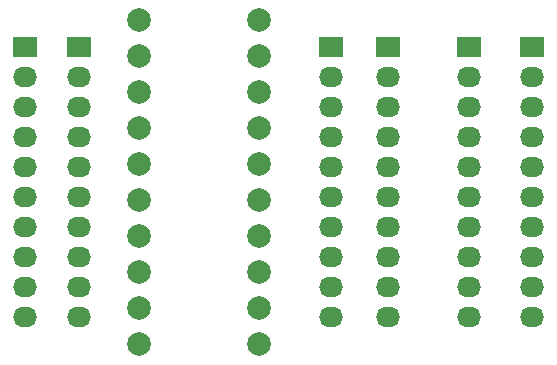
<source format=gbr>
G04 #@! TF.FileFunction,Copper,L1,Top,Signal*
%FSLAX46Y46*%
G04 Gerber Fmt 4.6, Leading zero omitted, Abs format (unit mm)*
G04 Created by KiCad (PCBNEW 4.1.0-alpha+201605262346+6832~44~ubuntu15.10.1-product) date Sun May 29 23:51:13 2016*
%MOMM*%
%LPD*%
G01*
G04 APERTURE LIST*
%ADD10C,0.050000*%
%ADD11R,2.032000X1.727200*%
%ADD12O,2.032000X1.727200*%
%ADD13C,1.998980*%
G04 APERTURE END LIST*
D10*
D11*
X127254000Y-109728000D03*
D12*
X127254000Y-112268000D03*
X127254000Y-114808000D03*
X127254000Y-117348000D03*
X127254000Y-119888000D03*
X127254000Y-122428000D03*
X127254000Y-124968000D03*
X127254000Y-127508000D03*
X127254000Y-130048000D03*
X127254000Y-132588000D03*
D11*
X131826000Y-109728000D03*
D12*
X131826000Y-112268000D03*
X131826000Y-114808000D03*
X131826000Y-117348000D03*
X131826000Y-119888000D03*
X131826000Y-122428000D03*
X131826000Y-124968000D03*
X131826000Y-127508000D03*
X131826000Y-130048000D03*
X131826000Y-132588000D03*
D11*
X157988000Y-109728000D03*
D12*
X157988000Y-112268000D03*
X157988000Y-114808000D03*
X157988000Y-117348000D03*
X157988000Y-119888000D03*
X157988000Y-122428000D03*
X157988000Y-124968000D03*
X157988000Y-127508000D03*
X157988000Y-130048000D03*
X157988000Y-132588000D03*
D11*
X153162000Y-109728000D03*
D12*
X153162000Y-112268000D03*
X153162000Y-114808000D03*
X153162000Y-117348000D03*
X153162000Y-119888000D03*
X153162000Y-122428000D03*
X153162000Y-124968000D03*
X153162000Y-127508000D03*
X153162000Y-130048000D03*
X153162000Y-132588000D03*
D11*
X170180000Y-109728000D03*
D12*
X170180000Y-112268000D03*
X170180000Y-114808000D03*
X170180000Y-117348000D03*
X170180000Y-119888000D03*
X170180000Y-122428000D03*
X170180000Y-124968000D03*
X170180000Y-127508000D03*
X170180000Y-130048000D03*
X170180000Y-132588000D03*
D11*
X164846000Y-109728000D03*
D12*
X164846000Y-112268000D03*
X164846000Y-114808000D03*
X164846000Y-117348000D03*
X164846000Y-119888000D03*
X164846000Y-122428000D03*
X164846000Y-124968000D03*
X164846000Y-127508000D03*
X164846000Y-130048000D03*
X164846000Y-132588000D03*
D13*
X147066000Y-107442000D03*
X136906000Y-107442000D03*
X147066000Y-110490000D03*
X136906000Y-110490000D03*
X147066000Y-113538000D03*
X136906000Y-113538000D03*
X147066000Y-116586000D03*
X136906000Y-116586000D03*
X147066000Y-119634000D03*
X136906000Y-119634000D03*
X147066000Y-122682000D03*
X136906000Y-122682000D03*
X147066000Y-125730000D03*
X136906000Y-125730000D03*
X147066000Y-128778000D03*
X136906000Y-128778000D03*
X147066000Y-131826000D03*
X136906000Y-131826000D03*
X147066000Y-134874000D03*
X136906000Y-134874000D03*
M02*

</source>
